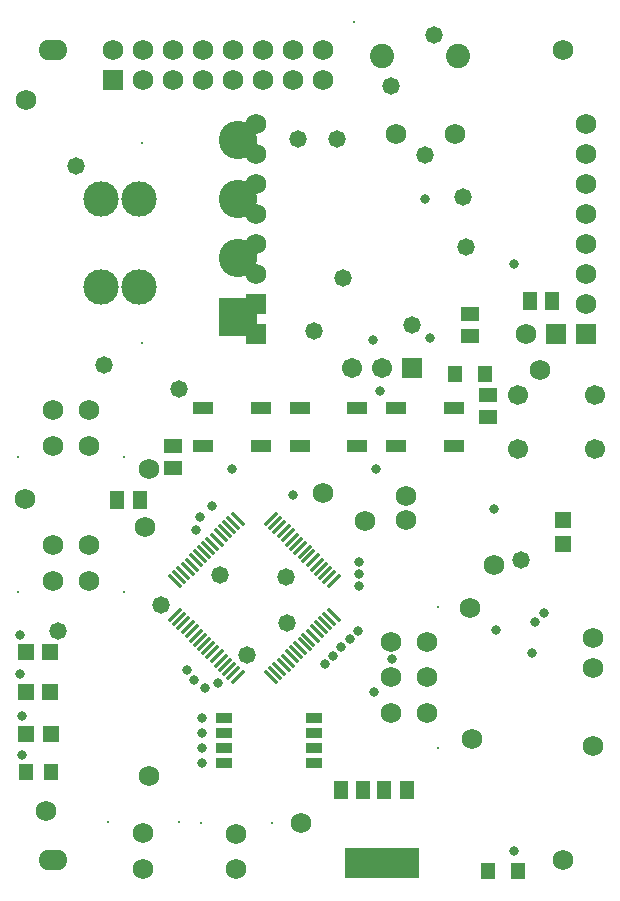
<source format=gts>
%FSTAX23Y23*%
%MOIN*%
%SFA1B1*%

%IPPOS*%
%AMD21*
4,1,4,-0.025700,0.017400,0.017400,-0.025700,0.025700,-0.017400,-0.017400,0.025700,-0.025700,0.017400,0.0*
%
%AMD22*
4,1,4,0.017400,0.025700,-0.025700,-0.017400,-0.017400,-0.025700,0.025700,0.017400,0.017400,0.025700,0.0*
%
G04~CAMADD=21~9~0.0~0.0~610.2~118.1~0.0~0.0~0~0.0~0.0~0.0~0.0~0~0.0~0.0~0.0~0.0~0~0.0~0.0~0.0~135.0~514.0~513.0*
%ADD21D21*%
G04~CAMADD=22~9~0.0~0.0~610.2~118.1~0.0~0.0~0~0.0~0.0~0.0~0.0~0~0.0~0.0~0.0~0.0~0~0.0~0.0~0.0~45.0~514.0~513.0*
%ADD22D22*%
%ADD26R,0.250000X0.100000*%
%ADD27R,0.049340X0.063120*%
%ADD28R,0.063120X0.049340*%
%ADD29R,0.067060X0.043430*%
%ADD30R,0.058000X0.037920*%
%ADD31R,0.055240X0.055240*%
%ADD32R,0.051310X0.055240*%
%ADD33R,0.051310X0.057210*%
%ADD34R,0.055240X0.055240*%
%ADD35O,0.097000X0.068000*%
%ADD36R,0.046000X0.046000*%
%ADD37C,0.046000*%
%ADD38C,0.068000*%
%ADD39C,0.008000*%
%ADD40C,0.117840*%
%ADD41C,0.066980*%
%ADD42C,0.080830*%
%ADD43C,0.067060*%
%ADD44R,0.067060X0.067060*%
%ADD45R,0.128000X0.128000*%
%ADD46C,0.128000*%
%ADD47R,0.068000X0.068000*%
%ADD48C,0.069020*%
%ADD49R,0.069020X0.069020*%
%ADD50C,0.033000*%
%ADD51C,0.058000*%
%LNmotor_unit_rev_3-1*%
%LPD*%
G54D21*
X00555Y0108D03*
X00569Y01094D03*
X00583Y01108D03*
X00597Y01122D03*
X00611Y01136D03*
X00625Y0115D03*
X00639Y01164D03*
X00652Y01178D03*
X00666Y01192D03*
X0068Y01205D03*
X00694Y01219D03*
X00708Y01233D03*
X00722Y01247D03*
X00736Y01261D03*
X0075Y01275D03*
X00764Y01289D03*
X01084Y00969D03*
X0107Y00955D03*
X01056Y00941D03*
X01042Y00927D03*
X01028Y00913D03*
X01014Y00899D03*
X01Y00885D03*
X00987Y00871D03*
X00973Y00857D03*
X00959Y00844D03*
X00945Y0083D03*
X00931Y00816D03*
X00917Y00802D03*
X00903Y00788D03*
X00889Y00774D03*
X00875Y0076D03*
G54D22*
X00875Y01289D03*
X00889Y01275D03*
X00903Y01261D03*
X00917Y01247D03*
X00931Y01233D03*
X00945Y01219D03*
X00959Y01205D03*
X00973Y01192D03*
X00987Y01178D03*
X01Y01164D03*
X01014Y0115D03*
X01028Y01136D03*
X01042Y01122D03*
X01056Y01108D03*
X0107Y01094D03*
X01084Y0108D03*
X00764Y0076D03*
X0075Y00774D03*
X00736Y00788D03*
X00722Y00802D03*
X00708Y00816D03*
X00694Y0083D03*
X0068Y00844D03*
X00666Y00857D03*
X00652Y00871D03*
X00639Y00885D03*
X00625Y00899D03*
X00611Y00913D03*
X00597Y00927D03*
X00583Y00941D03*
X00569Y00955D03*
X00555Y00969D03*
G54D26*
X01245Y00142D03*
G54D27*
X01327Y00385D03*
X01252D03*
X01182D03*
X01107D03*
X00362Y0135D03*
X00437D03*
X01812Y02015D03*
X01737D03*
G54D28*
X0154Y01972D03*
Y01897D03*
X016Y01702D03*
Y01627D03*
X0055Y01457D03*
Y01532D03*
G54D29*
X00841Y0153D03*
Y01659D03*
X00648D03*
Y0153D03*
X01163D03*
Y01659D03*
X00971D03*
Y0153D03*
X01486D03*
Y01659D03*
X01293D03*
Y0153D03*
G54D30*
X0102Y00625D03*
Y00575D03*
Y00525D03*
Y00475D03*
X0072D03*
Y00525D03*
Y00575D03*
Y00625D03*
G54D31*
X0185Y01286D03*
Y01203D03*
G54D32*
X0006Y00443D03*
X00143D03*
G54D33*
X01589Y0177D03*
X0149D03*
X01698Y00115D03*
X016D03*
G54D34*
X00057Y00843D03*
X0014D03*
X00057Y0071D03*
X0014D03*
X00058Y0057D03*
X00141D03*
G54D35*
X0015Y0285D03*
Y0015D03*
G54D36*
X01145Y00117D03*
G54D37*
X01145Y00167D03*
X01195Y00117D03*
Y00167D03*
X01245Y00117D03*
Y00167D03*
X01295Y00117D03*
Y00167D03*
X01345Y00117D03*
Y00167D03*
G54D38*
X0195Y0053D03*
Y0079D03*
Y0089D03*
X0006Y02685D03*
X0119Y0128D03*
X00125Y00315D03*
X0047Y01455D03*
X0045Y0024D03*
Y00121D03*
X0105Y01375D03*
X00268Y0165D03*
Y01532D03*
X0015Y0165D03*
Y01532D03*
X01395Y00641D03*
X01276D03*
X01395Y0076D03*
X01276D03*
Y00878D03*
X01395D03*
X00268Y012D03*
Y01081D03*
X0015Y012D03*
Y01081D03*
X01545Y00555D03*
X0154Y0099D03*
X00055Y01355D03*
X0185Y0285D03*
Y0015D03*
X01325Y01365D03*
Y01285D03*
X0076Y0012D03*
Y00238D03*
X00455Y0126D03*
X01293Y02571D03*
X0149D03*
X01725Y01906D03*
X01925Y02006D03*
Y02106D03*
Y02206D03*
Y02306D03*
Y02406D03*
Y02506D03*
Y02606D03*
X00825D03*
Y02506D03*
Y02406D03*
Y02306D03*
Y02206D03*
Y02106D03*
X00975Y00275D03*
X0047Y0043D03*
X01773Y01785D03*
X0162Y01135D03*
G54D39*
X00568Y00277D03*
X00331D03*
X00444Y01873D03*
Y02542D03*
X00386Y01495D03*
X00031D03*
X01432Y00523D03*
Y00996D03*
X00386Y01044D03*
X00031D03*
X01151Y02944D03*
X00641Y00275D03*
X00878D03*
G54D40*
X00435Y02355D03*
X00309D03*
X00435Y0206D03*
X00309D03*
G54D41*
X017Y017D03*
X01955D03*
X017Y01522D03*
X01955D03*
G54D42*
X015Y0283D03*
X01244D03*
G54D43*
X01145Y0179D03*
X01245D03*
G54D44*
X01345Y0179D03*
G54D45*
X00765Y01961D03*
G54D46*
X00765Y02158D03*
Y02355D03*
Y02552D03*
G54D47*
X01825Y01906D03*
X01925D03*
X00825Y02006D03*
Y01906D03*
G54D48*
X0105Y0275D03*
X0095D03*
X0085D03*
X0075D03*
X0065D03*
X0055D03*
X0045D03*
X0105Y0285D03*
X0095D03*
X0085D03*
X0075D03*
X0065D03*
X0055D03*
X0045D03*
X0035D03*
G54D49*
X0035Y0275D03*
G54D50*
X01405Y0189D03*
X0124Y01713D03*
X01215Y01885D03*
X01685Y0018D03*
X00745Y01455D03*
X01225D03*
X0095Y01367D03*
X007Y0074D03*
X0128Y0082D03*
X01755Y00945D03*
X00655Y00725D03*
X0122Y0071D03*
X01745Y0084D03*
X01165Y00914D03*
X00645Y00474D03*
Y00524D03*
Y00574D03*
X00645Y00625D03*
X0004Y009D03*
X01785Y00975D03*
X0004Y0077D03*
X00045Y0063D03*
X01685Y02139D03*
X00045Y005D03*
X01625Y00917D03*
X0117Y01105D03*
X00594Y00785D03*
X0062Y0075D03*
X0162Y0132D03*
X0117Y01145D03*
X0139Y02355D03*
X00625Y0125D03*
X0064Y01295D03*
X0068Y0133D03*
X0117Y01065D03*
X01137Y00887D03*
X0111Y0086D03*
X01082Y00832D03*
X01055Y00805D03*
G54D51*
X01345Y01935D03*
X0032Y018D03*
X00225Y02465D03*
X0142Y029D03*
X0139Y025D03*
X01515Y0236D03*
X0102Y01915D03*
X01276Y0273D03*
X01095Y02555D03*
X00965D03*
X00569Y0172D03*
X00507Y01D03*
X00795Y00835D03*
X00705Y011D03*
X0171Y0115D03*
X0093Y0094D03*
X00165Y00913D03*
X00925Y01095D03*
X01115Y0209D03*
X01525Y02195D03*
M02*
</source>
